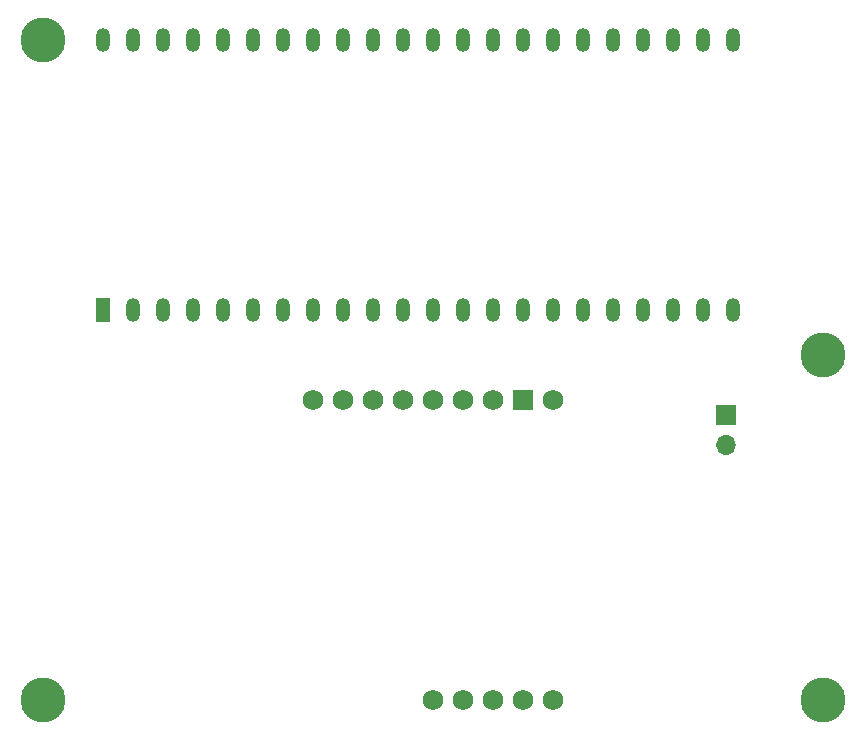
<source format=gbr>
%TF.GenerationSoftware,KiCad,Pcbnew,8.0.3-8.0.3-0~ubuntu22.04.1*%
%TF.CreationDate,2024-07-02T19:08:29-04:00*%
%TF.ProjectId,esp32-s3-wroom-2-devkitc1,65737033-322d-4733-932d-77726f6f6d2d,rev?*%
%TF.SameCoordinates,Original*%
%TF.FileFunction,Soldermask,Top*%
%TF.FilePolarity,Negative*%
%FSLAX46Y46*%
G04 Gerber Fmt 4.6, Leading zero omitted, Abs format (unit mm)*
G04 Created by KiCad (PCBNEW 8.0.3-8.0.3-0~ubuntu22.04.1) date 2024-07-02 19:08:29*
%MOMM*%
%LPD*%
G01*
G04 APERTURE LIST*
%ADD10R,1.200000X2.000000*%
%ADD11O,1.200000X2.000000*%
%ADD12C,3.800000*%
%ADD13C,1.727200*%
%ADD14R,1.727200X1.727200*%
%ADD15R,1.700000X1.700000*%
%ADD16O,1.700000X1.700000*%
G04 APERTURE END LIST*
D10*
%TO.C,U1*%
X121920000Y-81280000D03*
D11*
X124460000Y-81280000D03*
X127000000Y-81280000D03*
X129540000Y-81280000D03*
X132080000Y-81280000D03*
X134620000Y-81280000D03*
X137160000Y-81280000D03*
X139700000Y-81280000D03*
X142240000Y-81280000D03*
X144780000Y-81280000D03*
X147320000Y-81280000D03*
X149860000Y-81280000D03*
X152400000Y-81280000D03*
X154940000Y-81280000D03*
X157480000Y-81280000D03*
X160020000Y-81280000D03*
X162560000Y-81280000D03*
X165100000Y-81280000D03*
X167640000Y-81280000D03*
X170177280Y-81283680D03*
X172717280Y-81283680D03*
X175257280Y-81283680D03*
X175260000Y-58420000D03*
X172720000Y-58420000D03*
X170180000Y-58420000D03*
X167640000Y-58420000D03*
X165100000Y-58420000D03*
X162560000Y-58420000D03*
X160020000Y-58420000D03*
X157480000Y-58420000D03*
X154940000Y-58420000D03*
X152400000Y-58420000D03*
X149860000Y-58420000D03*
X147320000Y-58420000D03*
X144780000Y-58420000D03*
X142240000Y-58420000D03*
X139700000Y-58420000D03*
X137160000Y-58420000D03*
X134620000Y-58420000D03*
X132080000Y-58420000D03*
X129540000Y-58420000D03*
X127000000Y-58420000D03*
X124460000Y-58420000D03*
X121920000Y-58420000D03*
%TD*%
D12*
%TO.C,REF\u002A\u002A*%
X182880000Y-114300000D03*
%TD*%
%TO.C,REF\u002A\u002A*%
X182880000Y-85090000D03*
%TD*%
D13*
%TO.C,RFM95W1*%
X139700000Y-88900000D03*
X142240000Y-88900000D03*
X144780000Y-88900000D03*
X147320000Y-88900000D03*
X149860000Y-88900000D03*
X152400000Y-88900000D03*
X154940000Y-88900000D03*
D14*
X157480000Y-88900000D03*
D13*
X160020000Y-88900000D03*
X149860000Y-114300000D03*
X152400000Y-114300000D03*
X154940000Y-114300000D03*
X157480000Y-114300000D03*
X160020000Y-114300000D03*
%TD*%
D12*
%TO.C,REF\u002A\u002A*%
X116840000Y-58420000D03*
%TD*%
D15*
%TO.C,J1*%
X174695000Y-90165000D03*
D16*
X174695000Y-92705000D03*
%TD*%
D12*
%TO.C,REF\u002A\u002A*%
X116840000Y-114300000D03*
%TD*%
M02*

</source>
